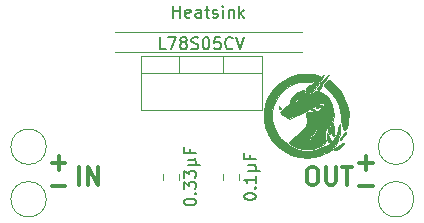
<source format=gto>
G04 #@! TF.GenerationSoftware,KiCad,Pcbnew,(5.0.0)*
G04 #@! TF.CreationDate,2019-06-11T23:30:22+02:00*
G04 #@! TF.ProjectId,5v-step-down,35762D737465702D646F776E2E6B6963,rev?*
G04 #@! TF.SameCoordinates,Original*
G04 #@! TF.FileFunction,Legend,Top*
G04 #@! TF.FilePolarity,Positive*
%FSLAX46Y46*%
G04 Gerber Fmt 4.6, Leading zero omitted, Abs format (unit mm)*
G04 Created by KiCad (PCBNEW (5.0.0)) date 06/11/19 23:30:22*
%MOMM*%
%LPD*%
G01*
G04 APERTURE LIST*
%ADD10C,0.300000*%
%ADD11C,0.120000*%
%ADD12C,0.010000*%
%ADD13C,0.150000*%
G04 APERTURE END LIST*
D10*
X120078571Y-77577142D02*
X121221428Y-77577142D01*
X120650000Y-78148571D02*
X120650000Y-77005714D01*
X115975000Y-77918571D02*
X116260714Y-77918571D01*
X116403571Y-77990000D01*
X116546428Y-78132857D01*
X116617857Y-78418571D01*
X116617857Y-78918571D01*
X116546428Y-79204285D01*
X116403571Y-79347142D01*
X116260714Y-79418571D01*
X115975000Y-79418571D01*
X115832142Y-79347142D01*
X115689285Y-79204285D01*
X115617857Y-78918571D01*
X115617857Y-78418571D01*
X115689285Y-78132857D01*
X115832142Y-77990000D01*
X115975000Y-77918571D01*
X117260714Y-77918571D02*
X117260714Y-79132857D01*
X117332142Y-79275714D01*
X117403571Y-79347142D01*
X117546428Y-79418571D01*
X117832142Y-79418571D01*
X117975000Y-79347142D01*
X118046428Y-79275714D01*
X118117857Y-79132857D01*
X118117857Y-77918571D01*
X118617857Y-77918571D02*
X119475000Y-77918571D01*
X119046428Y-79418571D02*
X119046428Y-77918571D01*
X120078571Y-79482142D02*
X121221428Y-79482142D01*
X96369285Y-79418571D02*
X96369285Y-77918571D01*
X97083571Y-79418571D02*
X97083571Y-77918571D01*
X97940714Y-79418571D01*
X97940714Y-77918571D01*
X94043571Y-79482142D02*
X95186428Y-79482142D01*
X94043571Y-77577142D02*
X95186428Y-77577142D01*
X94615000Y-78148571D02*
X94615000Y-77005714D01*
D11*
G04 #@! TO.C,Heatsink*
X107315000Y-66460000D02*
X99415000Y-66460000D01*
X107315000Y-68160000D02*
X99415000Y-68160000D01*
X107315000Y-66460000D02*
X115215000Y-66460000D01*
X107315000Y-68160000D02*
X115215000Y-68160000D01*
G04 #@! TO.C, *
X93575833Y-76200000D02*
G75*
G03X93575833Y-76200000I-1500833J0D01*
G01*
X93575833Y-80645000D02*
G75*
G03X93575833Y-80645000I-1500833J0D01*
G01*
X124690833Y-80645000D02*
G75*
G03X124690833Y-80645000I-1500833J0D01*
G01*
G04 #@! TO.C,L78S05CV*
X108531000Y-68485000D02*
X108531000Y-69995000D01*
X104830000Y-68485000D02*
X104830000Y-69995000D01*
X101560000Y-69995000D02*
X111800000Y-69995000D01*
X111800000Y-68485000D02*
X111800000Y-73126000D01*
X101560000Y-68485000D02*
X101560000Y-73126000D01*
X101560000Y-73126000D02*
X111800000Y-73126000D01*
X101560000Y-68485000D02*
X111800000Y-68485000D01*
G04 #@! TO.C,0.33\00B5F*
X103430000Y-78478748D02*
X103430000Y-79001252D01*
X104850000Y-78478748D02*
X104850000Y-79001252D01*
G04 #@! TO.C,0.1\00B5F*
X108510000Y-78478748D02*
X108510000Y-79001252D01*
X109930000Y-78478748D02*
X109930000Y-79001252D01*
G04 #@! TO.C, *
X124690833Y-76200000D02*
G75*
G03X124690833Y-76200000I-1500833J0D01*
G01*
D12*
G04 #@! TO.C,*
G36*
X117370330Y-70330344D02*
X117202362Y-70593277D01*
X117090709Y-70754031D01*
X117015114Y-70834220D01*
X116955322Y-70855457D01*
X116892731Y-70839976D01*
X116812127Y-70819976D01*
X116838909Y-70876992D01*
X116870746Y-70917148D01*
X116922213Y-71014437D01*
X116893236Y-71039943D01*
X116787014Y-70986274D01*
X116766370Y-70959898D01*
X116772548Y-70841756D01*
X116878614Y-70669675D01*
X117063902Y-70471285D01*
X117245065Y-70319858D01*
X117496733Y-70130201D01*
X117370330Y-70330344D01*
X117370330Y-70330344D01*
G37*
X117370330Y-70330344D02*
X117202362Y-70593277D01*
X117090709Y-70754031D01*
X117015114Y-70834220D01*
X116955322Y-70855457D01*
X116892731Y-70839976D01*
X116812127Y-70819976D01*
X116838909Y-70876992D01*
X116870746Y-70917148D01*
X116922213Y-71014437D01*
X116893236Y-71039943D01*
X116787014Y-70986274D01*
X116766370Y-70959898D01*
X116772548Y-70841756D01*
X116878614Y-70669675D01*
X117063902Y-70471285D01*
X117245065Y-70319858D01*
X117496733Y-70130201D01*
X117370330Y-70330344D01*
G36*
X116758188Y-71081541D02*
X116833020Y-71139160D01*
X116798600Y-71244579D01*
X116786318Y-71264753D01*
X116666727Y-71381606D01*
X116544752Y-71395343D01*
X116490492Y-71348453D01*
X116495569Y-71242908D01*
X116583939Y-71135028D01*
X116703739Y-71076522D01*
X116758188Y-71081541D01*
X116758188Y-71081541D01*
G37*
X116758188Y-71081541D02*
X116833020Y-71139160D01*
X116798600Y-71244579D01*
X116786318Y-71264753D01*
X116666727Y-71381606D01*
X116544752Y-71395343D01*
X116490492Y-71348453D01*
X116495569Y-71242908D01*
X116583939Y-71135028D01*
X116703739Y-71076522D01*
X116758188Y-71081541D01*
G36*
X117061182Y-70105146D02*
X117036462Y-70174442D01*
X116946518Y-70339349D01*
X116806196Y-70573926D01*
X116659424Y-70807126D01*
X116422197Y-71157139D01*
X116225796Y-71394706D01*
X116048225Y-71538681D01*
X115867485Y-71607921D01*
X115708537Y-71622178D01*
X115570109Y-71572032D01*
X115522500Y-71510298D01*
X115540885Y-71363416D01*
X115682396Y-71181196D01*
X115933863Y-70979389D01*
X116006677Y-70931344D01*
X116195467Y-70796066D01*
X116434654Y-70604791D01*
X116646332Y-70422034D01*
X116838588Y-70256144D01*
X116985932Y-70142696D01*
X117059091Y-70104052D01*
X117061182Y-70105146D01*
X117061182Y-70105146D01*
G37*
X117061182Y-70105146D02*
X117036462Y-70174442D01*
X116946518Y-70339349D01*
X116806196Y-70573926D01*
X116659424Y-70807126D01*
X116422197Y-71157139D01*
X116225796Y-71394706D01*
X116048225Y-71538681D01*
X115867485Y-71607921D01*
X115708537Y-71622178D01*
X115570109Y-71572032D01*
X115522500Y-71510298D01*
X115540885Y-71363416D01*
X115682396Y-71181196D01*
X115933863Y-70979389D01*
X116006677Y-70931344D01*
X116195467Y-70796066D01*
X116434654Y-70604791D01*
X116646332Y-70422034D01*
X116838588Y-70256144D01*
X116985932Y-70142696D01*
X117059091Y-70104052D01*
X117061182Y-70105146D01*
G36*
X116829199Y-72656796D02*
X116921582Y-72679609D01*
X116906483Y-72719059D01*
X116772793Y-72798021D01*
X116756279Y-72806925D01*
X116525543Y-72911594D01*
X116399277Y-72920074D01*
X116370573Y-72861988D01*
X116433525Y-72766621D01*
X116583618Y-72688305D01*
X116762713Y-72653052D01*
X116829199Y-72656796D01*
X116829199Y-72656796D01*
G37*
X116829199Y-72656796D02*
X116921582Y-72679609D01*
X116906483Y-72719059D01*
X116772793Y-72798021D01*
X116756279Y-72806925D01*
X116525543Y-72911594D01*
X116399277Y-72920074D01*
X116370573Y-72861988D01*
X116433525Y-72766621D01*
X116583618Y-72688305D01*
X116762713Y-72653052D01*
X116829199Y-72656796D01*
G36*
X113369689Y-72859363D02*
X113413546Y-72985445D01*
X113390369Y-73039059D01*
X113320652Y-73013651D01*
X113276045Y-72927779D01*
X113247771Y-72781066D01*
X113283782Y-72755707D01*
X113369689Y-72859363D01*
X113369689Y-72859363D01*
G37*
X113369689Y-72859363D02*
X113413546Y-72985445D01*
X113390369Y-73039059D01*
X113320652Y-73013651D01*
X113276045Y-72927779D01*
X113247771Y-72781066D01*
X113283782Y-72755707D01*
X113369689Y-72859363D01*
G36*
X116263049Y-73031212D02*
X116334184Y-73077765D01*
X116308760Y-73132055D01*
X116197215Y-73150545D01*
X116041421Y-73124318D01*
X115970287Y-73077765D01*
X115995711Y-73023476D01*
X116107255Y-73004986D01*
X116263049Y-73031212D01*
X116263049Y-73031212D01*
G37*
X116263049Y-73031212D02*
X116334184Y-73077765D01*
X116308760Y-73132055D01*
X116197215Y-73150545D01*
X116041421Y-73124318D01*
X115970287Y-73077765D01*
X115995711Y-73023476D01*
X116107255Y-73004986D01*
X116263049Y-73031212D01*
G36*
X117556032Y-70580499D02*
X117744146Y-70712343D01*
X117965920Y-70898735D01*
X118190017Y-71112391D01*
X118385100Y-71326025D01*
X118466135Y-71430079D01*
X118821776Y-72035132D01*
X119058014Y-72682001D01*
X119168109Y-73344395D01*
X119145321Y-73996023D01*
X119137344Y-74048207D01*
X119099109Y-74290646D01*
X119072528Y-74472281D01*
X119063960Y-74546349D01*
X119013345Y-74638158D01*
X118904511Y-74749988D01*
X118799922Y-74820482D01*
X118780818Y-74824470D01*
X118741716Y-74758656D01*
X118685847Y-74583931D01*
X118623677Y-74334373D01*
X118607560Y-74260430D01*
X118542118Y-73908820D01*
X118486791Y-73536320D01*
X118454481Y-73233827D01*
X118340680Y-72658772D01*
X118088037Y-72117965D01*
X117700966Y-71619862D01*
X117520471Y-71444372D01*
X117074829Y-71041089D01*
X117212317Y-70785788D01*
X117318678Y-70623642D01*
X117413409Y-70535701D01*
X117432918Y-70530488D01*
X117556032Y-70580499D01*
X117556032Y-70580499D01*
G37*
X117556032Y-70580499D02*
X117744146Y-70712343D01*
X117965920Y-70898735D01*
X118190017Y-71112391D01*
X118385100Y-71326025D01*
X118466135Y-71430079D01*
X118821776Y-72035132D01*
X119058014Y-72682001D01*
X119168109Y-73344395D01*
X119145321Y-73996023D01*
X119137344Y-74048207D01*
X119099109Y-74290646D01*
X119072528Y-74472281D01*
X119063960Y-74546349D01*
X119013345Y-74638158D01*
X118904511Y-74749988D01*
X118799922Y-74820482D01*
X118780818Y-74824470D01*
X118741716Y-74758656D01*
X118685847Y-74583931D01*
X118623677Y-74334373D01*
X118607560Y-74260430D01*
X118542118Y-73908820D01*
X118486791Y-73536320D01*
X118454481Y-73233827D01*
X118340680Y-72658772D01*
X118088037Y-72117965D01*
X117700966Y-71619862D01*
X117520471Y-71444372D01*
X117074829Y-71041089D01*
X117212317Y-70785788D01*
X117318678Y-70623642D01*
X117413409Y-70535701D01*
X117432918Y-70530488D01*
X117556032Y-70580499D01*
G36*
X117916215Y-74642654D02*
X117942242Y-74893787D01*
X117967542Y-75093380D01*
X117982546Y-75179270D01*
X117973904Y-75287339D01*
X117899784Y-75306819D01*
X117805998Y-75242940D01*
X117753829Y-75153155D01*
X117695157Y-74938517D01*
X117703693Y-74730938D01*
X117782277Y-74464270D01*
X117783562Y-74460706D01*
X117875448Y-74206110D01*
X117916215Y-74642654D01*
X117916215Y-74642654D01*
G37*
X117916215Y-74642654D02*
X117942242Y-74893787D01*
X117967542Y-75093380D01*
X117982546Y-75179270D01*
X117973904Y-75287339D01*
X117899784Y-75306819D01*
X117805998Y-75242940D01*
X117753829Y-75153155D01*
X117695157Y-74938517D01*
X117703693Y-74730938D01*
X117782277Y-74464270D01*
X117783562Y-74460706D01*
X117875448Y-74206110D01*
X117916215Y-74642654D01*
G36*
X118948582Y-75004522D02*
X118943404Y-75025733D01*
X118871607Y-75170013D01*
X118735288Y-75360318D01*
X118652165Y-75457983D01*
X118509083Y-75610516D01*
X118442409Y-75660548D01*
X118434182Y-75616406D01*
X118448769Y-75552264D01*
X118527832Y-75390028D01*
X118671721Y-75195081D01*
X118740009Y-75120014D01*
X118882424Y-74981820D01*
X118946358Y-74945915D01*
X118948582Y-75004522D01*
X118948582Y-75004522D01*
G37*
X118948582Y-75004522D02*
X118943404Y-75025733D01*
X118871607Y-75170013D01*
X118735288Y-75360318D01*
X118652165Y-75457983D01*
X118509083Y-75610516D01*
X118442409Y-75660548D01*
X118434182Y-75616406D01*
X118448769Y-75552264D01*
X118527832Y-75390028D01*
X118671721Y-75195081D01*
X118740009Y-75120014D01*
X118882424Y-74981820D01*
X118946358Y-74945915D01*
X118948582Y-75004522D01*
G36*
X117503391Y-75283752D02*
X117633368Y-75527248D01*
X117658116Y-75710598D01*
X117575897Y-75816660D01*
X117558166Y-75823578D01*
X117461100Y-75790716D01*
X117394412Y-75707030D01*
X117342183Y-75537248D01*
X117317094Y-75313797D01*
X117316705Y-75285426D01*
X117316705Y-75009019D01*
X117503391Y-75283752D01*
X117503391Y-75283752D01*
G37*
X117503391Y-75283752D02*
X117633368Y-75527248D01*
X117658116Y-75710598D01*
X117575897Y-75816660D01*
X117558166Y-75823578D01*
X117461100Y-75790716D01*
X117394412Y-75707030D01*
X117342183Y-75537248D01*
X117317094Y-75313797D01*
X117316705Y-75285426D01*
X117316705Y-75009019D01*
X117503391Y-75283752D01*
G36*
X115403455Y-71425969D02*
X115390028Y-71473422D01*
X115411552Y-71558263D01*
X115516005Y-71653725D01*
X115679130Y-71723355D01*
X115872676Y-71710765D01*
X115947123Y-71692066D01*
X116143074Y-71618454D01*
X116280062Y-71532809D01*
X116291015Y-71521177D01*
X116416757Y-71474256D01*
X116619570Y-71506155D01*
X116864182Y-71603143D01*
X117115321Y-71751487D01*
X117323452Y-71923135D01*
X117561558Y-72236082D01*
X117743393Y-72628035D01*
X117862012Y-73061303D01*
X117910473Y-73498190D01*
X117881833Y-73901005D01*
X117769148Y-74232052D01*
X117753654Y-74258671D01*
X117637313Y-74565859D01*
X117605516Y-74860860D01*
X117601398Y-75070784D01*
X117586266Y-75153439D01*
X117549378Y-75127117D01*
X117498654Y-75042808D01*
X117419992Y-74863683D01*
X117392064Y-74733496D01*
X117357018Y-74625393D01*
X117320003Y-74606132D01*
X117255349Y-74672215D01*
X117208130Y-74844673D01*
X117183746Y-75084823D01*
X117187596Y-75353979D01*
X117199421Y-75470096D01*
X117218198Y-75695272D01*
X117189165Y-75837270D01*
X117098187Y-75954518D01*
X117077434Y-75974420D01*
X116847942Y-76126293D01*
X116522792Y-76261379D01*
X116151879Y-76363996D01*
X115785099Y-76418458D01*
X115649581Y-76423241D01*
X115331261Y-76395999D01*
X114996985Y-76329880D01*
X114869285Y-76291873D01*
X114578835Y-76176722D01*
X114335422Y-76053101D01*
X114170306Y-75939010D01*
X114114413Y-75857163D01*
X114165584Y-75775761D01*
X114299408Y-75629602D01*
X114330360Y-75599314D01*
X115807075Y-75599314D01*
X115824350Y-75620970D01*
X115869182Y-75610577D01*
X115969060Y-75536662D01*
X116112676Y-75384656D01*
X116200711Y-75275979D01*
X116419292Y-74926992D01*
X116592503Y-74529465D01*
X116700332Y-74137451D01*
X116725910Y-73857414D01*
X116717350Y-73550831D01*
X116661740Y-73878339D01*
X116507233Y-74431275D01*
X116228909Y-74962273D01*
X116129653Y-75107750D01*
X115949488Y-75362471D01*
X115845375Y-75519737D01*
X115807075Y-75599314D01*
X114330360Y-75599314D01*
X114486351Y-75446672D01*
X114696879Y-75254959D01*
X114901460Y-75082449D01*
X115048822Y-74971681D01*
X115356709Y-74706330D01*
X115572930Y-74406885D01*
X115687205Y-74098923D01*
X115689252Y-73808019D01*
X115600073Y-73600288D01*
X115526977Y-73432744D01*
X115581691Y-73315788D01*
X115768018Y-73246584D01*
X116089761Y-73222290D01*
X116106562Y-73222210D01*
X116404740Y-73206281D01*
X116618441Y-73164448D01*
X116726933Y-73103141D01*
X116714599Y-73033634D01*
X116729278Y-72966990D01*
X116818732Y-72902313D01*
X116968464Y-72793652D01*
X117072338Y-72662119D01*
X117097968Y-72552905D01*
X117085035Y-72530718D01*
X116974831Y-72506783D01*
X116789333Y-72533991D01*
X116583135Y-72597790D01*
X116410832Y-72683625D01*
X116360603Y-72723839D01*
X116224189Y-72826847D01*
X116129985Y-72859427D01*
X116014705Y-72900009D01*
X115845015Y-73001026D01*
X115794096Y-73037128D01*
X115623365Y-73142866D01*
X115360535Y-73282392D01*
X115048013Y-73433851D01*
X114855886Y-73520662D01*
X114158536Y-73826497D01*
X113849449Y-73662526D01*
X113636927Y-73535639D01*
X113465306Y-73408980D01*
X113421634Y-73367364D01*
X113368855Y-73294509D01*
X113374704Y-73227187D01*
X113457743Y-73140637D01*
X113636532Y-73010097D01*
X113745050Y-72935919D01*
X113967081Y-72769051D01*
X114124760Y-72619178D01*
X114188592Y-72514545D01*
X114188791Y-72511014D01*
X114211278Y-72406471D01*
X114551089Y-72406471D01*
X114564544Y-72479242D01*
X114629768Y-72449167D01*
X114678453Y-72408704D01*
X114844856Y-72296348D01*
X114943598Y-72250152D01*
X115036023Y-72192856D01*
X115036906Y-72156514D01*
X114937128Y-72144826D01*
X114785102Y-72198770D01*
X114638568Y-72288639D01*
X114555268Y-72384723D01*
X114551089Y-72406471D01*
X114211278Y-72406471D01*
X114218755Y-72371713D01*
X114292425Y-72166333D01*
X114331751Y-72074905D01*
X114449457Y-71868088D01*
X114607302Y-71720566D01*
X114855686Y-71585341D01*
X114857803Y-71584355D01*
X115142652Y-71463223D01*
X115327853Y-71409736D01*
X115403455Y-71425969D01*
X115403455Y-71425969D01*
G37*
X115403455Y-71425969D02*
X115390028Y-71473422D01*
X115411552Y-71558263D01*
X115516005Y-71653725D01*
X115679130Y-71723355D01*
X115872676Y-71710765D01*
X115947123Y-71692066D01*
X116143074Y-71618454D01*
X116280062Y-71532809D01*
X116291015Y-71521177D01*
X116416757Y-71474256D01*
X116619570Y-71506155D01*
X116864182Y-71603143D01*
X117115321Y-71751487D01*
X117323452Y-71923135D01*
X117561558Y-72236082D01*
X117743393Y-72628035D01*
X117862012Y-73061303D01*
X117910473Y-73498190D01*
X117881833Y-73901005D01*
X117769148Y-74232052D01*
X117753654Y-74258671D01*
X117637313Y-74565859D01*
X117605516Y-74860860D01*
X117601398Y-75070784D01*
X117586266Y-75153439D01*
X117549378Y-75127117D01*
X117498654Y-75042808D01*
X117419992Y-74863683D01*
X117392064Y-74733496D01*
X117357018Y-74625393D01*
X117320003Y-74606132D01*
X117255349Y-74672215D01*
X117208130Y-74844673D01*
X117183746Y-75084823D01*
X117187596Y-75353979D01*
X117199421Y-75470096D01*
X117218198Y-75695272D01*
X117189165Y-75837270D01*
X117098187Y-75954518D01*
X117077434Y-75974420D01*
X116847942Y-76126293D01*
X116522792Y-76261379D01*
X116151879Y-76363996D01*
X115785099Y-76418458D01*
X115649581Y-76423241D01*
X115331261Y-76395999D01*
X114996985Y-76329880D01*
X114869285Y-76291873D01*
X114578835Y-76176722D01*
X114335422Y-76053101D01*
X114170306Y-75939010D01*
X114114413Y-75857163D01*
X114165584Y-75775761D01*
X114299408Y-75629602D01*
X114330360Y-75599314D01*
X115807075Y-75599314D01*
X115824350Y-75620970D01*
X115869182Y-75610577D01*
X115969060Y-75536662D01*
X116112676Y-75384656D01*
X116200711Y-75275979D01*
X116419292Y-74926992D01*
X116592503Y-74529465D01*
X116700332Y-74137451D01*
X116725910Y-73857414D01*
X116717350Y-73550831D01*
X116661740Y-73878339D01*
X116507233Y-74431275D01*
X116228909Y-74962273D01*
X116129653Y-75107750D01*
X115949488Y-75362471D01*
X115845375Y-75519737D01*
X115807075Y-75599314D01*
X114330360Y-75599314D01*
X114486351Y-75446672D01*
X114696879Y-75254959D01*
X114901460Y-75082449D01*
X115048822Y-74971681D01*
X115356709Y-74706330D01*
X115572930Y-74406885D01*
X115687205Y-74098923D01*
X115689252Y-73808019D01*
X115600073Y-73600288D01*
X115526977Y-73432744D01*
X115581691Y-73315788D01*
X115768018Y-73246584D01*
X116089761Y-73222290D01*
X116106562Y-73222210D01*
X116404740Y-73206281D01*
X116618441Y-73164448D01*
X116726933Y-73103141D01*
X116714599Y-73033634D01*
X116729278Y-72966990D01*
X116818732Y-72902313D01*
X116968464Y-72793652D01*
X117072338Y-72662119D01*
X117097968Y-72552905D01*
X117085035Y-72530718D01*
X116974831Y-72506783D01*
X116789333Y-72533991D01*
X116583135Y-72597790D01*
X116410832Y-72683625D01*
X116360603Y-72723839D01*
X116224189Y-72826847D01*
X116129985Y-72859427D01*
X116014705Y-72900009D01*
X115845015Y-73001026D01*
X115794096Y-73037128D01*
X115623365Y-73142866D01*
X115360535Y-73282392D01*
X115048013Y-73433851D01*
X114855886Y-73520662D01*
X114158536Y-73826497D01*
X113849449Y-73662526D01*
X113636927Y-73535639D01*
X113465306Y-73408980D01*
X113421634Y-73367364D01*
X113368855Y-73294509D01*
X113374704Y-73227187D01*
X113457743Y-73140637D01*
X113636532Y-73010097D01*
X113745050Y-72935919D01*
X113967081Y-72769051D01*
X114124760Y-72619178D01*
X114188592Y-72514545D01*
X114188791Y-72511014D01*
X114211278Y-72406471D01*
X114551089Y-72406471D01*
X114564544Y-72479242D01*
X114629768Y-72449167D01*
X114678453Y-72408704D01*
X114844856Y-72296348D01*
X114943598Y-72250152D01*
X115036023Y-72192856D01*
X115036906Y-72156514D01*
X114937128Y-72144826D01*
X114785102Y-72198770D01*
X114638568Y-72288639D01*
X114555268Y-72384723D01*
X114551089Y-72406471D01*
X114211278Y-72406471D01*
X114218755Y-72371713D01*
X114292425Y-72166333D01*
X114331751Y-72074905D01*
X114449457Y-71868088D01*
X114607302Y-71720566D01*
X114855686Y-71585341D01*
X114857803Y-71584355D01*
X115142652Y-71463223D01*
X115327853Y-71409736D01*
X115403455Y-71425969D01*
G36*
X118754728Y-75945576D02*
X118612434Y-76134583D01*
X118609768Y-76137839D01*
X118454078Y-76290432D01*
X118277976Y-76410554D01*
X118116169Y-76481937D01*
X118003365Y-76488312D01*
X117971720Y-76436896D01*
X118021847Y-76345364D01*
X118179156Y-76208812D01*
X118454034Y-76018580D01*
X118540580Y-75962744D01*
X118719409Y-75861197D01*
X118790589Y-75854961D01*
X118754728Y-75945576D01*
X118754728Y-75945576D01*
G37*
X118754728Y-75945576D02*
X118612434Y-76134583D01*
X118609768Y-76137839D01*
X118454078Y-76290432D01*
X118277976Y-76410554D01*
X118116169Y-76481937D01*
X118003365Y-76488312D01*
X117971720Y-76436896D01*
X118021847Y-76345364D01*
X118179156Y-76208812D01*
X118454034Y-76018580D01*
X118540580Y-75962744D01*
X118719409Y-75861197D01*
X118790589Y-75854961D01*
X118754728Y-75945576D01*
G36*
X116207747Y-70064419D02*
X116475395Y-70118711D01*
X116762165Y-70205204D01*
X116456389Y-70447383D01*
X116299569Y-70564479D01*
X116161914Y-70637110D01*
X116000191Y-70676915D01*
X115771165Y-70695534D01*
X115506624Y-70703078D01*
X115172085Y-70716098D01*
X114922859Y-70748084D01*
X114698773Y-70813432D01*
X114439651Y-70926539D01*
X114311330Y-70989063D01*
X113768394Y-71330474D01*
X113331070Y-71754655D01*
X113002176Y-72243437D01*
X112784527Y-72778648D01*
X112680942Y-73342117D01*
X112694237Y-73915672D01*
X112827230Y-74481143D01*
X113082736Y-75020358D01*
X113463574Y-75515146D01*
X113590215Y-75640601D01*
X114123531Y-76059477D01*
X114689451Y-76355980D01*
X115271409Y-76525235D01*
X115852836Y-76562371D01*
X116401301Y-76467352D01*
X116786736Y-76333715D01*
X117146120Y-76177145D01*
X117452172Y-76012606D01*
X117677609Y-75855064D01*
X117795147Y-75719482D01*
X117802713Y-75698665D01*
X117896039Y-75518275D01*
X118022029Y-75382753D01*
X118140088Y-75261060D01*
X118179144Y-75163573D01*
X118192482Y-75053797D01*
X118241499Y-74852911D01*
X118303788Y-74642522D01*
X118379026Y-74413618D01*
X118423586Y-74310535D01*
X118448551Y-74319654D01*
X118465005Y-74427357D01*
X118466558Y-74442519D01*
X118463123Y-74768473D01*
X118405574Y-75156942D01*
X118306847Y-75555113D01*
X118179882Y-75910173D01*
X118046461Y-76157274D01*
X117885798Y-76358843D01*
X117714056Y-76513980D01*
X117497006Y-76644003D01*
X117200423Y-76770230D01*
X116880029Y-76883773D01*
X116257701Y-77045419D01*
X115640366Y-77114736D01*
X115074450Y-77086918D01*
X115012997Y-77076965D01*
X114318444Y-76887659D01*
X113699163Y-76585974D01*
X113162961Y-76186732D01*
X112717647Y-75704754D01*
X112371029Y-75154862D01*
X112130913Y-74551877D01*
X112005109Y-73910620D01*
X112001423Y-73245913D01*
X112127665Y-72572578D01*
X112341968Y-72006619D01*
X112663557Y-71484366D01*
X113101175Y-71008069D01*
X113627161Y-70600440D01*
X114213851Y-70284190D01*
X114618883Y-70137143D01*
X114959950Y-70069543D01*
X115375837Y-70034519D01*
X115810464Y-70032625D01*
X116207747Y-70064419D01*
X116207747Y-70064419D01*
G37*
X116207747Y-70064419D02*
X116475395Y-70118711D01*
X116762165Y-70205204D01*
X116456389Y-70447383D01*
X116299569Y-70564479D01*
X116161914Y-70637110D01*
X116000191Y-70676915D01*
X115771165Y-70695534D01*
X115506624Y-70703078D01*
X115172085Y-70716098D01*
X114922859Y-70748084D01*
X114698773Y-70813432D01*
X114439651Y-70926539D01*
X114311330Y-70989063D01*
X113768394Y-71330474D01*
X113331070Y-71754655D01*
X113002176Y-72243437D01*
X112784527Y-72778648D01*
X112680942Y-73342117D01*
X112694237Y-73915672D01*
X112827230Y-74481143D01*
X113082736Y-75020358D01*
X113463574Y-75515146D01*
X113590215Y-75640601D01*
X114123531Y-76059477D01*
X114689451Y-76355980D01*
X115271409Y-76525235D01*
X115852836Y-76562371D01*
X116401301Y-76467352D01*
X116786736Y-76333715D01*
X117146120Y-76177145D01*
X117452172Y-76012606D01*
X117677609Y-75855064D01*
X117795147Y-75719482D01*
X117802713Y-75698665D01*
X117896039Y-75518275D01*
X118022029Y-75382753D01*
X118140088Y-75261060D01*
X118179144Y-75163573D01*
X118192482Y-75053797D01*
X118241499Y-74852911D01*
X118303788Y-74642522D01*
X118379026Y-74413618D01*
X118423586Y-74310535D01*
X118448551Y-74319654D01*
X118465005Y-74427357D01*
X118466558Y-74442519D01*
X118463123Y-74768473D01*
X118405574Y-75156942D01*
X118306847Y-75555113D01*
X118179882Y-75910173D01*
X118046461Y-76157274D01*
X117885798Y-76358843D01*
X117714056Y-76513980D01*
X117497006Y-76644003D01*
X117200423Y-76770230D01*
X116880029Y-76883773D01*
X116257701Y-77045419D01*
X115640366Y-77114736D01*
X115074450Y-77086918D01*
X115012997Y-77076965D01*
X114318444Y-76887659D01*
X113699163Y-76585974D01*
X113162961Y-76186732D01*
X112717647Y-75704754D01*
X112371029Y-75154862D01*
X112130913Y-74551877D01*
X112005109Y-73910620D01*
X112001423Y-73245913D01*
X112127665Y-72572578D01*
X112341968Y-72006619D01*
X112663557Y-71484366D01*
X113101175Y-71008069D01*
X113627161Y-70600440D01*
X114213851Y-70284190D01*
X114618883Y-70137143D01*
X114959950Y-70069543D01*
X115375837Y-70034519D01*
X115810464Y-70032625D01*
X116207747Y-70064419D01*
G04 #@! TO.C,Heatsink*
D13*
X104337619Y-65262380D02*
X104337619Y-64262380D01*
X104337619Y-64738571D02*
X104909047Y-64738571D01*
X104909047Y-65262380D02*
X104909047Y-64262380D01*
X105766190Y-65214761D02*
X105670952Y-65262380D01*
X105480476Y-65262380D01*
X105385238Y-65214761D01*
X105337619Y-65119523D01*
X105337619Y-64738571D01*
X105385238Y-64643333D01*
X105480476Y-64595714D01*
X105670952Y-64595714D01*
X105766190Y-64643333D01*
X105813809Y-64738571D01*
X105813809Y-64833809D01*
X105337619Y-64929047D01*
X106670952Y-65262380D02*
X106670952Y-64738571D01*
X106623333Y-64643333D01*
X106528095Y-64595714D01*
X106337619Y-64595714D01*
X106242380Y-64643333D01*
X106670952Y-65214761D02*
X106575714Y-65262380D01*
X106337619Y-65262380D01*
X106242380Y-65214761D01*
X106194761Y-65119523D01*
X106194761Y-65024285D01*
X106242380Y-64929047D01*
X106337619Y-64881428D01*
X106575714Y-64881428D01*
X106670952Y-64833809D01*
X107004285Y-64595714D02*
X107385238Y-64595714D01*
X107147142Y-64262380D02*
X107147142Y-65119523D01*
X107194761Y-65214761D01*
X107290000Y-65262380D01*
X107385238Y-65262380D01*
X107670952Y-65214761D02*
X107766190Y-65262380D01*
X107956666Y-65262380D01*
X108051904Y-65214761D01*
X108099523Y-65119523D01*
X108099523Y-65071904D01*
X108051904Y-64976666D01*
X107956666Y-64929047D01*
X107813809Y-64929047D01*
X107718571Y-64881428D01*
X107670952Y-64786190D01*
X107670952Y-64738571D01*
X107718571Y-64643333D01*
X107813809Y-64595714D01*
X107956666Y-64595714D01*
X108051904Y-64643333D01*
X108528095Y-65262380D02*
X108528095Y-64595714D01*
X108528095Y-64262380D02*
X108480476Y-64310000D01*
X108528095Y-64357619D01*
X108575714Y-64310000D01*
X108528095Y-64262380D01*
X108528095Y-64357619D01*
X109004285Y-64595714D02*
X109004285Y-65262380D01*
X109004285Y-64690952D02*
X109051904Y-64643333D01*
X109147142Y-64595714D01*
X109290000Y-64595714D01*
X109385238Y-64643333D01*
X109432857Y-64738571D01*
X109432857Y-65262380D01*
X109909047Y-65262380D02*
X109909047Y-64262380D01*
X110004285Y-64881428D02*
X110290000Y-65262380D01*
X110290000Y-64595714D02*
X109909047Y-64976666D01*
G04 #@! TO.C, *
G04 #@! TO.C,L78S05CV*
X103680000Y-67937380D02*
X103203809Y-67937380D01*
X103203809Y-66937380D01*
X103918095Y-66937380D02*
X104584761Y-66937380D01*
X104156190Y-67937380D01*
X105108571Y-67365952D02*
X105013333Y-67318333D01*
X104965714Y-67270714D01*
X104918095Y-67175476D01*
X104918095Y-67127857D01*
X104965714Y-67032619D01*
X105013333Y-66985000D01*
X105108571Y-66937380D01*
X105299047Y-66937380D01*
X105394285Y-66985000D01*
X105441904Y-67032619D01*
X105489523Y-67127857D01*
X105489523Y-67175476D01*
X105441904Y-67270714D01*
X105394285Y-67318333D01*
X105299047Y-67365952D01*
X105108571Y-67365952D01*
X105013333Y-67413571D01*
X104965714Y-67461190D01*
X104918095Y-67556428D01*
X104918095Y-67746904D01*
X104965714Y-67842142D01*
X105013333Y-67889761D01*
X105108571Y-67937380D01*
X105299047Y-67937380D01*
X105394285Y-67889761D01*
X105441904Y-67842142D01*
X105489523Y-67746904D01*
X105489523Y-67556428D01*
X105441904Y-67461190D01*
X105394285Y-67413571D01*
X105299047Y-67365952D01*
X105870476Y-67889761D02*
X106013333Y-67937380D01*
X106251428Y-67937380D01*
X106346666Y-67889761D01*
X106394285Y-67842142D01*
X106441904Y-67746904D01*
X106441904Y-67651666D01*
X106394285Y-67556428D01*
X106346666Y-67508809D01*
X106251428Y-67461190D01*
X106060952Y-67413571D01*
X105965714Y-67365952D01*
X105918095Y-67318333D01*
X105870476Y-67223095D01*
X105870476Y-67127857D01*
X105918095Y-67032619D01*
X105965714Y-66985000D01*
X106060952Y-66937380D01*
X106299047Y-66937380D01*
X106441904Y-66985000D01*
X107060952Y-66937380D02*
X107156190Y-66937380D01*
X107251428Y-66985000D01*
X107299047Y-67032619D01*
X107346666Y-67127857D01*
X107394285Y-67318333D01*
X107394285Y-67556428D01*
X107346666Y-67746904D01*
X107299047Y-67842142D01*
X107251428Y-67889761D01*
X107156190Y-67937380D01*
X107060952Y-67937380D01*
X106965714Y-67889761D01*
X106918095Y-67842142D01*
X106870476Y-67746904D01*
X106822857Y-67556428D01*
X106822857Y-67318333D01*
X106870476Y-67127857D01*
X106918095Y-67032619D01*
X106965714Y-66985000D01*
X107060952Y-66937380D01*
X108299047Y-66937380D02*
X107822857Y-66937380D01*
X107775238Y-67413571D01*
X107822857Y-67365952D01*
X107918095Y-67318333D01*
X108156190Y-67318333D01*
X108251428Y-67365952D01*
X108299047Y-67413571D01*
X108346666Y-67508809D01*
X108346666Y-67746904D01*
X108299047Y-67842142D01*
X108251428Y-67889761D01*
X108156190Y-67937380D01*
X107918095Y-67937380D01*
X107822857Y-67889761D01*
X107775238Y-67842142D01*
X109346666Y-67842142D02*
X109299047Y-67889761D01*
X109156190Y-67937380D01*
X109060952Y-67937380D01*
X108918095Y-67889761D01*
X108822857Y-67794523D01*
X108775238Y-67699285D01*
X108727619Y-67508809D01*
X108727619Y-67365952D01*
X108775238Y-67175476D01*
X108822857Y-67080238D01*
X108918095Y-66985000D01*
X109060952Y-66937380D01*
X109156190Y-66937380D01*
X109299047Y-66985000D01*
X109346666Y-67032619D01*
X109632380Y-66937380D02*
X109965714Y-67937380D01*
X110299047Y-66937380D01*
G04 #@! TO.C,0.33\00B5F*
X105242380Y-80930476D02*
X105242380Y-80835238D01*
X105290000Y-80740000D01*
X105337619Y-80692380D01*
X105432857Y-80644761D01*
X105623333Y-80597142D01*
X105861428Y-80597142D01*
X106051904Y-80644761D01*
X106147142Y-80692380D01*
X106194761Y-80740000D01*
X106242380Y-80835238D01*
X106242380Y-80930476D01*
X106194761Y-81025714D01*
X106147142Y-81073333D01*
X106051904Y-81120952D01*
X105861428Y-81168571D01*
X105623333Y-81168571D01*
X105432857Y-81120952D01*
X105337619Y-81073333D01*
X105290000Y-81025714D01*
X105242380Y-80930476D01*
X106147142Y-80168571D02*
X106194761Y-80120952D01*
X106242380Y-80168571D01*
X106194761Y-80216190D01*
X106147142Y-80168571D01*
X106242380Y-80168571D01*
X105242380Y-79787619D02*
X105242380Y-79168571D01*
X105623333Y-79501904D01*
X105623333Y-79359047D01*
X105670952Y-79263809D01*
X105718571Y-79216190D01*
X105813809Y-79168571D01*
X106051904Y-79168571D01*
X106147142Y-79216190D01*
X106194761Y-79263809D01*
X106242380Y-79359047D01*
X106242380Y-79644761D01*
X106194761Y-79740000D01*
X106147142Y-79787619D01*
X105242380Y-78835238D02*
X105242380Y-78216190D01*
X105623333Y-78549523D01*
X105623333Y-78406666D01*
X105670952Y-78311428D01*
X105718571Y-78263809D01*
X105813809Y-78216190D01*
X106051904Y-78216190D01*
X106147142Y-78263809D01*
X106194761Y-78311428D01*
X106242380Y-78406666D01*
X106242380Y-78692380D01*
X106194761Y-78787619D01*
X106147142Y-78835238D01*
X105575714Y-77787619D02*
X106575714Y-77787619D01*
X106099523Y-77311428D02*
X106194761Y-77263809D01*
X106242380Y-77168571D01*
X106099523Y-77787619D02*
X106194761Y-77740000D01*
X106242380Y-77644761D01*
X106242380Y-77454285D01*
X106194761Y-77359047D01*
X106099523Y-77311428D01*
X105575714Y-77311428D01*
X105718571Y-76406666D02*
X105718571Y-76740000D01*
X106242380Y-76740000D02*
X105242380Y-76740000D01*
X105242380Y-76263809D01*
G04 #@! TO.C,0.1\00B5F*
X110322380Y-80454285D02*
X110322380Y-80359047D01*
X110370000Y-80263809D01*
X110417619Y-80216190D01*
X110512857Y-80168571D01*
X110703333Y-80120952D01*
X110941428Y-80120952D01*
X111131904Y-80168571D01*
X111227142Y-80216190D01*
X111274761Y-80263809D01*
X111322380Y-80359047D01*
X111322380Y-80454285D01*
X111274761Y-80549523D01*
X111227142Y-80597142D01*
X111131904Y-80644761D01*
X110941428Y-80692380D01*
X110703333Y-80692380D01*
X110512857Y-80644761D01*
X110417619Y-80597142D01*
X110370000Y-80549523D01*
X110322380Y-80454285D01*
X111227142Y-79692380D02*
X111274761Y-79644761D01*
X111322380Y-79692380D01*
X111274761Y-79740000D01*
X111227142Y-79692380D01*
X111322380Y-79692380D01*
X111322380Y-78692380D02*
X111322380Y-79263809D01*
X111322380Y-78978095D02*
X110322380Y-78978095D01*
X110465238Y-79073333D01*
X110560476Y-79168571D01*
X110608095Y-79263809D01*
X110655714Y-78263809D02*
X111655714Y-78263809D01*
X111179523Y-77787619D02*
X111274761Y-77740000D01*
X111322380Y-77644761D01*
X111179523Y-78263809D02*
X111274761Y-78216190D01*
X111322380Y-78120952D01*
X111322380Y-77930476D01*
X111274761Y-77835238D01*
X111179523Y-77787619D01*
X110655714Y-77787619D01*
X110798571Y-76882857D02*
X110798571Y-77216190D01*
X111322380Y-77216190D02*
X110322380Y-77216190D01*
X110322380Y-76740000D01*
G04 #@! TO.C, *
G04 #@! TO.C,*
G04 #@! TD*
M02*

</source>
